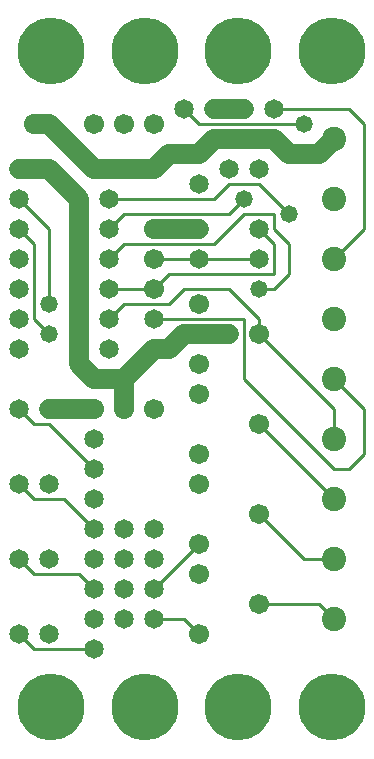
<source format=gbl>
%MOIN*%
%FSLAX25Y25*%
G04 D10 used for Character Trace; *
G04     Circle (OD=.01000) (No hole)*
G04 D11 used for Power Trace; *
G04     Circle (OD=.06700) (No hole)*
G04 D12 used for Signal Trace; *
G04     Circle (OD=.01100) (No hole)*
G04 D13 used for Via; *
G04     Circle (OD=.05800) (Round. Hole ID=.02800)*
G04 D14 used for Component hole; *
G04     Circle (OD=.06500) (Round. Hole ID=.03500)*
G04 D15 used for Component hole; *
G04     Circle (OD=.06700) (Round. Hole ID=.04300)*
G04 D16 used for Component hole; *
G04     Circle (OD=.08100) (Round. Hole ID=.05100)*
G04 D17 used for Component hole; *
G04     Circle (OD=.08900) (Round. Hole ID=.05900)*
G04 D18 used for Component hole; *
G04     Circle (OD=.11300) (Round. Hole ID=.08300)*
G04 D19 used for Component hole; *
G04     Circle (OD=.16000) (Round. Hole ID=.13000)*
G04 D20 used for Component hole; *
G04     Circle (OD=.18300) (Round. Hole ID=.15300)*
G04 D21 used for Component hole; *
G04     Circle (OD=.22291) (Round. Hole ID=.19291)*
%ADD10C,.01000*%
%ADD11C,.06700*%
%ADD12C,.01100*%
%ADD13C,.05800*%
%ADD14C,.06500*%
%ADD15C,.06700*%
%ADD16C,.08100*%
%ADD17C,.08900*%
%ADD18C,.11300*%
%ADD19C,.16000*%
%ADD20C,.18300*%
%ADD21C,.22291*%
%IPPOS*%
%LPD*%
G90*X0Y0D02*D21*X15625Y15625D03*D14*              
X30000Y35000D03*D12*X10000D01*X5000Y40000D01*D14* 
D03*X15000D03*D12*X30000Y55000D02*X25000Y60000D01*
D14*X30000Y55000D03*D12*X10000Y60000D02*X25000D01*
X10000D02*X5000Y65000D01*D14*D03*X15000D03*D12*   
X30000Y75000D02*X20000Y85000D01*D14*              
X30000Y75000D03*X40000Y65000D03*D12*              
X10000Y85000D02*X20000D01*X10000D02*              
X5000Y90000D01*D14*D03*X15000D03*D12*             
X30000Y95000D02*X15000Y110000D01*D14*             
X30000Y95000D03*Y105000D03*Y85000D03*D12*         
X10000Y110000D02*X15000D01*X10000D02*             
X5000Y115000D01*D14*D03*X15000D03*D11*X30000D01*  
D15*D03*D11*X40000D02*Y125000D01*D15*Y115000D03*  
D11*X30000Y125000D02*X40000D01*X50000Y135000D01*  
D14*D03*D11*X55000D01*X60000Y140000D01*X75000D01* 
D13*D03*D12*X80000Y125000D02*Y145000D01*          
X110000Y95000D02*X80000Y125000D01*                
X110000Y95000D02*X115000D01*X120000Y100000D01*    
Y115000D01*X110000Y125000D01*D16*D03*D12*         
Y105000D02*Y115000D01*D16*Y105000D03*D12*         
Y115000D02*X85000Y140000D01*D15*D03*D12*          
Y145000D01*X75000Y155000D01*X60000D01*            
X55000Y150000D01*X40000D01*X35000Y145000D01*D14*  
D03*Y155000D03*D12*X50000D01*D15*D03*D12*         
X55000Y160000D01*X90000D01*Y170000D01*            
X85000Y175000D01*D14*D03*D12*X90000D02*Y180000D01*
X95000Y170000D02*X90000Y175000D01*                
X95000Y160000D02*Y170000D01*X90000Y155000D02*     
X95000Y160000D01*X85000Y155000D02*X90000D01*D13*  
X85000D03*D12*X50000Y145000D02*X80000D01*D14*     
X50000D03*D15*X65000Y130000D03*Y150000D03*D14*    
X35000Y135000D03*D11*X30000Y125000D02*            
X25000Y130000D01*Y185000D01*X15000Y195000D01*D13* 
D03*D11*X5000D01*D14*D03*Y185000D03*D12*          
X15000Y175000D01*Y150000D01*D13*D03*D12*          
Y140000D02*X10000Y145000D01*D13*X15000Y140000D03* 
D12*X10000Y145000D02*Y170000D01*X5000Y175000D01*  
D14*D03*Y165000D03*Y155000D03*D11*                
X30000Y195000D02*X35000D01*D14*D03*D11*X50000D01* 
D15*D03*D11*X55000Y200000D01*X65000D01*D14*D03*   
D11*X70000Y205000D01*X90000D01*X95000Y200000D01*  
X105000D01*X110000Y205000D01*D16*D03*D12*         
X120000Y210000D02*X115000Y215000D01*              
X120000Y175000D02*Y210000D01*X110000Y165000D02*   
X120000Y175000D01*D16*X110000Y165000D03*D13*      
X95000Y180000D03*D12*X85000Y190000D01*X75000D01*  
X70000Y185000D01*X35000D01*D14*D03*D12*Y175000D02*
X40000Y180000D01*D14*X35000Y175000D03*D12*        
Y165000D02*X40000Y170000D01*D14*X35000Y165000D03* 
D12*X40000Y170000D02*X70000D01*X80000Y180000D01*  
X90000D01*D13*X80000Y185000D03*D12*               
X75000Y180000D01*X40000D01*D15*X50000Y175000D03*  
D11*X65000D01*D14*D03*Y165000D03*D12*X50000D01*   
D15*D03*D12*X65000D02*X85000D01*D14*D03*D16*      
X110000Y145000D03*Y185000D03*D14*X65000Y190000D03*
X85000Y195000D03*X75000D03*D15*X40000Y210000D03*  
X65000Y120000D03*D13*X100000Y210000D03*D12*       
X65000D01*X60000Y215000D01*D14*D03*X70000D03*D11* 
X80000D01*D14*D03*X90000D03*D12*X115000D01*D21*   
X109375Y234375D03*X78125D03*D15*X50000Y210000D03* 
D21*X46875Y234375D03*D15*X30000Y210000D03*D11*    
Y195000D02*X15000Y210000D01*X10000D01*D15*D03*D21*
X15625Y234375D03*D14*X5000Y145000D03*Y135000D03*  
D15*X50000Y115000D03*X85000Y110000D03*D12*        
X110000Y85000D01*D16*D03*D12*X100000Y65000D02*    
X110000D01*D16*D03*D12*X100000D02*X85000Y80000D01*
D15*D03*X65000Y100000D03*Y60000D03*Y90000D03*     
Y70000D03*D12*X50000Y55000D01*D14*D03*D12*        
X65000Y40000D02*X60000Y45000D01*D15*              
X65000Y40000D03*D12*X50000Y45000D02*X60000D01*D14*
X50000D03*X40000Y55000D03*Y45000D03*              
X30000Y65000D03*X50000D03*X30000Y45000D03*D21*    
X78125Y15625D03*X46875D03*D14*X50000Y75000D03*    
X40000D03*D15*X85000Y50000D03*D12*X105000D01*     
X110000Y45000D01*D16*D03*D21*X109375Y15625D03*M02*

</source>
